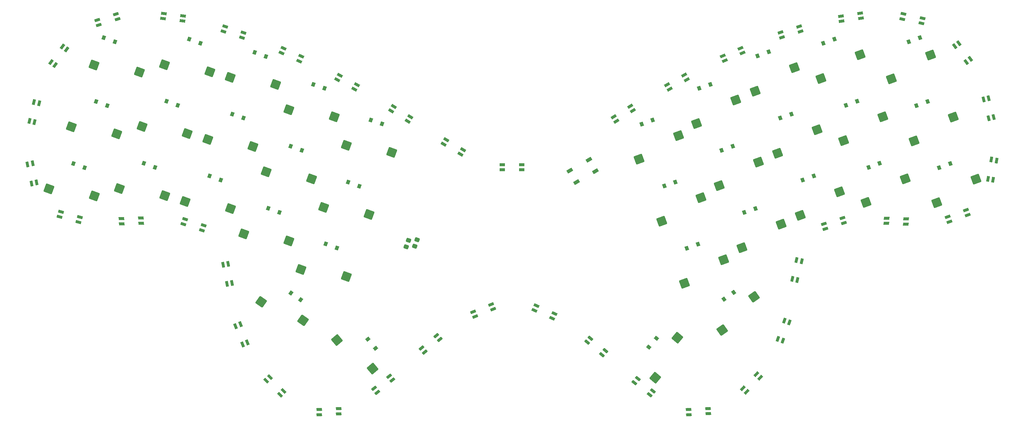
<source format=gbp>
%TF.GenerationSoftware,KiCad,Pcbnew,7.0.1-0*%
%TF.CreationDate,2023-04-15T20:22:23-04:00*%
%TF.ProjectId,fidrildi3,66696472-696c-4646-9933-2e6b69636164,rev?*%
%TF.SameCoordinates,Original*%
%TF.FileFunction,Paste,Bot*%
%TF.FilePolarity,Positive*%
%FSLAX46Y46*%
G04 Gerber Fmt 4.6, Leading zero omitted, Abs format (unit mm)*
G04 Created by KiCad (PCBNEW 7.0.1-0) date 2023-04-15 20:22:23*
%MOMM*%
%LPD*%
G01*
G04 APERTURE LIST*
G04 Aperture macros list*
%AMRoundRect*
0 Rectangle with rounded corners*
0 $1 Rounding radius*
0 $2 $3 $4 $5 $6 $7 $8 $9 X,Y pos of 4 corners*
0 Add a 4 corners polygon primitive as box body*
4,1,4,$2,$3,$4,$5,$6,$7,$8,$9,$2,$3,0*
0 Add four circle primitives for the rounded corners*
1,1,$1+$1,$2,$3*
1,1,$1+$1,$4,$5*
1,1,$1+$1,$6,$7*
1,1,$1+$1,$8,$9*
0 Add four rect primitives between the rounded corners*
20,1,$1+$1,$2,$3,$4,$5,0*
20,1,$1+$1,$4,$5,$6,$7,0*
20,1,$1+$1,$6,$7,$8,$9,0*
20,1,$1+$1,$8,$9,$2,$3,0*%
%AMRotRect*
0 Rectangle, with rotation*
0 The origin of the aperture is its center*
0 $1 length*
0 $2 width*
0 $3 Rotation angle, in degrees counterclockwise*
0 Add horizontal line*
21,1,$1,$2,0,0,$3*%
G04 Aperture macros list end*
%ADD10RotRect,1.600000X0.820000X220.000000*%
%ADD11RotRect,1.600000X0.820000X353.000000*%
%ADD12RotRect,1.600000X0.820000X197.500000*%
%ADD13RoundRect,0.250000X1.305205X0.589122X-0.621165X1.290263X-1.305205X-0.589122X0.621165X-1.290263X0*%
%ADD14RoundRect,0.250000X-1.424902X0.142408X-0.107187X-1.427983X1.424902X-0.142408X0.107187X1.427983X0*%
%ADD15RotRect,1.600000X0.820000X18.000000*%
%ADD16RoundRect,0.250000X0.621165X1.290263X-1.305205X0.589122X-0.621165X-1.290263X1.305205X-0.589122X0*%
%ADD17RotRect,1.600000X0.820000X29.250000*%
%ADD18RotRect,1.600000X0.820000X111.000000*%
%ADD19RotRect,1.600000X0.820000X17.250000*%
%ADD20RotRect,1.600000X0.820000X257.250000*%
%ADD21RotRect,1.600000X0.820000X341.500000*%
%ADD22RotRect,1.600000X0.820000X335.500000*%
%ADD23RotRect,1.600000X0.820000X54.000000*%
%ADD24RotRect,1.600000X0.820000X306.250000*%
%ADD25RotRect,1.600000X0.820000X181.750000*%
%ADD26RotRect,1.600000X0.820000X178.000000*%
%ADD27RotRect,1.600000X0.820000X328.000000*%
%ADD28RotRect,1.600000X0.820000X329.000000*%
%ADD29RotRect,1.600000X0.820000X134.500000*%
%ADD30RoundRect,0.250000X-1.413207X-0.231236X0.266054X-1.407068X1.413207X0.231236X-0.266054X1.407068X0*%
%ADD31RotRect,1.600000X0.820000X8.750000*%
%ADD32RotRect,1.600000X0.820000X164.500000*%
%ADD33RotRect,1.600000X0.820000X250.500000*%
%ADD34RoundRect,0.250000X-0.266054X-1.407068X1.413207X-0.231236X0.266054X1.407068X-1.413207X0.231236X0*%
%ADD35RotRect,1.600000X0.820000X331.000000*%
%ADD36RotRect,1.600000X0.820000X182.500000*%
%ADD37RotRect,1.600000X0.820000X219.000000*%
%ADD38RotRect,1.600000X0.820000X347.000000*%
%ADD39RotRect,1.600000X0.820000X155.500000*%
%ADD40RoundRect,0.250000X0.107187X-1.427983X1.424902X0.142408X-0.107187X1.427983X-1.424902X-0.142408X0*%
%ADD41RotRect,1.600000X0.820000X32.500000*%
%ADD42RotRect,1.600000X0.820000X226.000000*%
%ADD43RotRect,1.600000X0.820000X140.250000*%
%ADD44R,1.600000X0.820000*%
%ADD45RotRect,1.600000X0.820000X202.250000*%
%ADD46RotRect,1.600000X0.820000X141.000000*%
%ADD47RotRect,1.600000X0.820000X101.000000*%
%ADD48RotRect,1.600000X0.820000X200.000000*%
%ADD49RotRect,1.600000X0.820000X260.000000*%
%ADD50RotRect,1.600000X0.820000X162.000000*%
%ADD51RotRect,1.600000X0.820000X102.000000*%
%ADD52RotRect,1.600000X0.820000X23.500000*%
%ADD53RotRect,1.600000X0.820000X76.500000*%
%ADD54RotRect,1.600000X0.820000X285.000000*%
%ADD55RotRect,1.600000X0.820000X183.000000*%
%ADD56RotRect,1.000000X1.200000X20.000000*%
%ADD57RotRect,1.000000X1.200000X160.000000*%
%ADD58RotRect,1.000000X1.200000X310.000000*%
%ADD59RotRect,1.000000X1.200000X35.000000*%
%ADD60RotRect,1.000000X1.200000X230.000000*%
%ADD61RoundRect,0.250000X-0.303155X0.482801X-0.542569X-0.174983X0.303155X-0.482801X0.542569X0.174983X0*%
%ADD62RotRect,1.700000X1.000000X210.000000*%
%ADD63RotRect,1.000000X1.200000X145.000000*%
G04 APERTURE END LIST*
D10*
X189277015Y-183234728D03*
X188312834Y-182085661D03*
X184022985Y-185685272D03*
X184987166Y-186834339D03*
D11*
X110022273Y-89374356D03*
X109839469Y-90863175D03*
X115397727Y-91545644D03*
X115580531Y-90056825D03*
D12*
X305420000Y-149660000D03*
X304968941Y-148229425D03*
X299628126Y-149913378D03*
X300079185Y-151343953D03*
D13*
X103025352Y-106212570D03*
X90009214Y-104178095D03*
D14*
X159721603Y-183339895D03*
X169976671Y-191609871D03*
D15*
X287165279Y-94821955D03*
X287628805Y-96248540D03*
X292954721Y-94518045D03*
X292491195Y-93091460D03*
D16*
X264342814Y-142391069D03*
X253064139Y-149199182D03*
D17*
X254600545Y-109843767D03*
X255333477Y-111152511D03*
X260219455Y-108416233D03*
X259486523Y-107107489D03*
D18*
X132643245Y-184602801D03*
X134043616Y-184065249D03*
X132036755Y-178837199D03*
X130636384Y-179374751D03*
D19*
X90933538Y-91264051D03*
X91378350Y-92696581D03*
X96726462Y-91035949D03*
X96281650Y-89603419D03*
D20*
X293239460Y-160674565D03*
X291776446Y-160343518D03*
X290540540Y-165805435D03*
X292003554Y-166136482D03*
D21*
X127622672Y-93110304D03*
X127146715Y-94532790D03*
X132457328Y-96309696D03*
X132933285Y-94887210D03*
D13*
X129155352Y-145512570D03*
X116139214Y-143478095D03*
D22*
X144443128Y-99386388D03*
X143821089Y-100751330D03*
X148916872Y-103073612D03*
X149538911Y-101708670D03*
D23*
X77604878Y-103368818D03*
X78818403Y-104250496D03*
X82110000Y-99720000D03*
X80896475Y-98838322D03*
D16*
X291160092Y-104946145D03*
X279881417Y-111754258D03*
D24*
X338409166Y-97928473D03*
X337199500Y-98815437D03*
X340510834Y-103331527D03*
X341720500Y-102444563D03*
D25*
X103521598Y-149744142D03*
X103475790Y-148244842D03*
X97878402Y-148415858D03*
X97924210Y-149915158D03*
D16*
X343290092Y-137066145D03*
X332011417Y-143874258D03*
D13*
X168972630Y-147237494D03*
X155956492Y-145203019D03*
D26*
X323192120Y-149977262D03*
X323244469Y-148478175D03*
X317647880Y-148282738D03*
X317595531Y-149781825D03*
D27*
X176102905Y-116150190D03*
X175308026Y-117422262D03*
X180057095Y-120389810D03*
X180851974Y-119117738D03*
D13*
X96525352Y-124062570D03*
X83509214Y-122028095D03*
X142155352Y-109812570D03*
X129139214Y-107778095D03*
X145985352Y-154832570D03*
X132969214Y-152798095D03*
D28*
X191206210Y-125735018D03*
X190433653Y-127020769D03*
X195233790Y-129904982D03*
X196006347Y-128619231D03*
D13*
X110268991Y-141840032D03*
X97252853Y-139805557D03*
X135652630Y-127667494D03*
X122636492Y-125633019D03*
D16*
X304150092Y-140666145D03*
X292871417Y-147474258D03*
D29*
X143387608Y-199082783D03*
X144457484Y-198031419D03*
X140532392Y-194037217D03*
X139462516Y-195088581D03*
D30*
X137973192Y-172325565D03*
X150019255Y-177659541D03*
D31*
X304508495Y-90144674D03*
X304736680Y-91627217D03*
X310271505Y-90775326D03*
X310043320Y-89292783D03*
D16*
X330290092Y-101356145D03*
X319011417Y-108164258D03*
X336780092Y-119216145D03*
X325501417Y-126024258D03*
D32*
X85487736Y-149430990D03*
X85888594Y-147985545D03*
X80492264Y-146489010D03*
X80091406Y-147934455D03*
D16*
X270822814Y-160251069D03*
X259544139Y-167059182D03*
D13*
X152485352Y-136977494D03*
X139469214Y-134943019D03*
X90035352Y-141922570D03*
X77019214Y-139888095D03*
D33*
X289681640Y-178280959D03*
X288267678Y-177780249D03*
X286398360Y-183059041D03*
X287812322Y-183559751D03*
D34*
X270419424Y-180453143D03*
X279551718Y-170957874D03*
D35*
X160594672Y-107156568D03*
X159867458Y-108468498D03*
X164765328Y-111183432D03*
X165492542Y-109871502D03*
D16*
X280832814Y-132131069D03*
X269554139Y-138939182D03*
D36*
X160300050Y-204607152D03*
X160234620Y-203108580D03*
X154639950Y-203352848D03*
X154705380Y-204851420D03*
D16*
X323026453Y-136983607D03*
X311747778Y-143791720D03*
D37*
X175697999Y-194920762D03*
X174754018Y-193755043D03*
X170402001Y-197279238D03*
X171345982Y-198444957D03*
D16*
X287330092Y-149996145D03*
X276051417Y-156804258D03*
D38*
X322523528Y-89500274D03*
X322186102Y-90961830D03*
X327642574Y-92221556D03*
X327980000Y-90760000D03*
D39*
X221576872Y-177123612D03*
X222198911Y-175758670D03*
X217103128Y-173436388D03*
X216481089Y-174801330D03*
D16*
X274336453Y-114273607D03*
X263057778Y-121081720D03*
D40*
X251170097Y-194194744D03*
X257533659Y-182659407D03*
D41*
X239245529Y-119081895D03*
X240051479Y-120346982D03*
X244774471Y-117338105D03*
X243968521Y-116073018D03*
D42*
X281324548Y-194246842D03*
X280245539Y-193204855D03*
X276355452Y-197233158D03*
X277434461Y-198275145D03*
D43*
X235903178Y-187567061D03*
X236862336Y-186413798D03*
X232556822Y-182832939D03*
X231597664Y-183986202D03*
D44*
X207250000Y-132880000D03*
X207250000Y-134380000D03*
X212850000Y-134380000D03*
X212850000Y-132880000D03*
D16*
X297650092Y-122816145D03*
X286371417Y-129624258D03*
D45*
X204605500Y-174483939D03*
X204037527Y-173095628D03*
X198854500Y-175216061D03*
X199422473Y-176604372D03*
D46*
X249564018Y-199144957D03*
X250507999Y-197979238D03*
X246155982Y-194455043D03*
X245212001Y-195620762D03*
D47*
X128148045Y-167231663D03*
X129620486Y-166945449D03*
X128551955Y-161448337D03*
X127079514Y-161734551D03*
D16*
X316540092Y-119126145D03*
X305261417Y-125934258D03*
D13*
X175468991Y-129370032D03*
X162452853Y-127335557D03*
D48*
X340967654Y-147397113D03*
X340454624Y-145987574D03*
X335192346Y-147902887D03*
X335705376Y-149312426D03*
D13*
X158985352Y-119132570D03*
X145969214Y-117098095D03*
D16*
X310040092Y-101276145D03*
X298761417Y-108084258D03*
D49*
X349227212Y-131690472D03*
X347750000Y-131430000D03*
X346777570Y-136944924D03*
X348254782Y-137205396D03*
D13*
X123278991Y-106120032D03*
X110262853Y-104085557D03*
D50*
X120991195Y-151758540D03*
X121454721Y-150331955D03*
X116128805Y-148601460D03*
X115665279Y-150028045D03*
D51*
X72047084Y-138319494D03*
X73514305Y-138007627D03*
X72350000Y-132530000D03*
X70882779Y-132841867D03*
D52*
X270553170Y-101598702D03*
X271151294Y-102974292D03*
X276286830Y-100741298D03*
X275688706Y-99365708D03*
D13*
X116772630Y-123977494D03*
X103756492Y-121943019D03*
X162478991Y-165090032D03*
X149462853Y-163055557D03*
D53*
X71447076Y-120317552D03*
X72905630Y-120667720D03*
X74212924Y-115222448D03*
X72754370Y-114872280D03*
D16*
X257846453Y-124526145D03*
X246567778Y-131334258D03*
D54*
X346939751Y-113751293D03*
X345490862Y-114139522D03*
X346940249Y-119548707D03*
X348389138Y-119160478D03*
D55*
X266465415Y-204562431D03*
X266386911Y-203064487D03*
X260794585Y-203357569D03*
X260873089Y-204855513D03*
D56*
X324045046Y-97522868D03*
X327240000Y-96360000D03*
D57*
X166207477Y-139051434D03*
X163012523Y-137888566D03*
X107517477Y-133641434D03*
X104322523Y-132478566D03*
X149687477Y-128771434D03*
X146492523Y-127608566D03*
D56*
X263792523Y-110921434D03*
X266987477Y-109758566D03*
D57*
X139367477Y-101731434D03*
X136172523Y-100568566D03*
X132897477Y-119471434D03*
X129702523Y-118308566D03*
X87257477Y-133721434D03*
X84062523Y-132558566D03*
D56*
X312452523Y-133671434D03*
X315647477Y-132508566D03*
X332732523Y-133751434D03*
X335927477Y-132588566D03*
D58*
X168637261Y-183097724D03*
X170822739Y-185702276D03*
D56*
X260242523Y-156922868D03*
X263437477Y-155760000D03*
X287072523Y-119471434D03*
X290267477Y-118308566D03*
D57*
X126377477Y-137311434D03*
X123182523Y-136148566D03*
X120517477Y-97931434D03*
X117322523Y-96768566D03*
D59*
X270917442Y-171575080D03*
X273702558Y-169624920D03*
D56*
X280602523Y-101601434D03*
X283797477Y-100438566D03*
D57*
X156217477Y-110941434D03*
X153022523Y-109778566D03*
X95997477Y-97501434D03*
X92802523Y-96338566D03*
D60*
X251542739Y-182837724D03*
X249357261Y-185442276D03*
D57*
X143237477Y-146641434D03*
X140042523Y-145478566D03*
X93767477Y-115861434D03*
X90572523Y-114698566D03*
D56*
X305982523Y-115781434D03*
X309177477Y-114618566D03*
X270272523Y-128771434D03*
X273467477Y-127608566D03*
X293562523Y-137321434D03*
X296757477Y-136158566D03*
X299472523Y-97931434D03*
X302667477Y-96768566D03*
D57*
X172717477Y-121171434D03*
X169522523Y-120008566D03*
D56*
X326212523Y-115881434D03*
X329407477Y-114718566D03*
X247272523Y-121201434D03*
X250467477Y-120038566D03*
X276762523Y-146651434D03*
X279957477Y-145488566D03*
D57*
X159717477Y-156891434D03*
X156522523Y-155728566D03*
D61*
X180312020Y-154670307D03*
X179627980Y-156549693D03*
D56*
X253782523Y-139041434D03*
X256977477Y-137878566D03*
D57*
X113997477Y-115791434D03*
X110802523Y-114628566D03*
D61*
X182782020Y-154500307D03*
X182097980Y-156379693D03*
D62*
X232137980Y-131469552D03*
X226682020Y-134619552D03*
X234037980Y-134760448D03*
X228582020Y-137910448D03*
D63*
X149312558Y-171765080D03*
X146527442Y-169814920D03*
M02*

</source>
